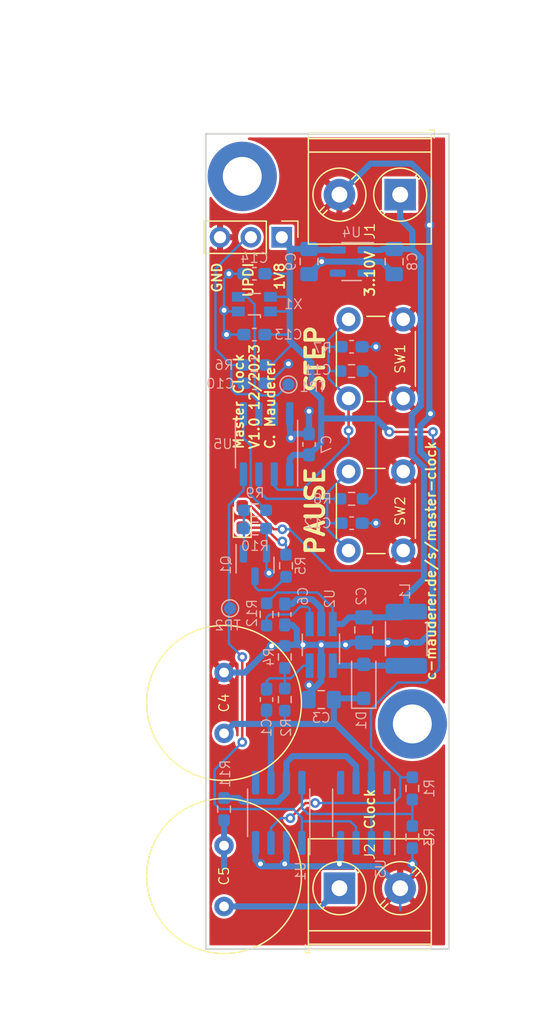
<source format=kicad_pcb>
(kicad_pcb (version 20221018) (generator pcbnew)
  (title_block (title "Master Clock") (date "2023-12-27") (rev "1.0") (company "Christian Mauderer"))
  (layers (0 "F.Cu" mixed) (31 "B.Cu" mixed) (34 "B.Paste" user) (35 "F.Paste" user) (36 "B.SilkS" user "B.Silkscreen") (37 "F.SilkS" user "F.Silkscreen") (38 "B.Mask" user) (39 "F.Mask" user) (44 "Edge.Cuts" user))
  (net 0 "")
  (net 1 "+24V")
  (net 2 "Net-(U2-FBX)")
  (net 3 "+BATT")
  (net 4 "GND")
  (net 5 "Net-(C5-Pad1)")
  (net 6 "/SlaveClock")
  (net 7 "Net-(U2-INTVCC)")
  (net 8 "+1V8")
  (net 9 "/~{RESET}{slash}UPDI")
  (net 10 "/Key2")
  (net 11 "/Key1")
  (net 12 "Net-(D1-A)")
  (net 13 "Net-(D2-K)")
  (net 14 "Net-(Q1-C)")
  (net 15 "Net-(Q1-B)")
  (net 16 "Net-(U1A--)")
  (net 17 "/LED")
  (net 18 "/MinPulse")
  (net 19 "/32kHz")
  (net 26 "Net-(R11-Pad1)")
  (net 27 "Net-(U2-EN{slash}UVLO)")
  (footprint "TerminalBlock_Phoenix:TerminalBlock_Phoenix_PT-1,5-2-5.0-H_1x02_P5.00mm_Horizontal" (layer "F.Cu") (at 155 120)
    (fp_text reference "J2")
    (fp_text value "Phoenix Contact 1935161" hide)
  )
  (footprint "MountingHole:MountingHole_3.2mm_M3_ISO7380_Pad" (layer "F.Cu") (at 147 61.5)
    (fp_text reference "H1" hide)
    (fp_text value "MountingHole" hide)
  )
  (footprint "Button_Switch_THT:SW_PUSH_6mm" (layer "F.Cu") (at 155.75 79.75 90)
    (fp_text reference "SW1")
    (fp_text value "SW_Push" hide)
  )
  (footprint "Capacitor_THT:C_Radial_D12.5mm_H25.0mm_P5.00mm" (layer "F.Cu") (at 145.5 116.5 -90)
    (fp_text reference "C5")
    (fp_text value "470u 50V" hide)
  )
  (footprint "MountingHole:MountingHole_3.2mm_M3_ISO7380_Pad" (layer "F.Cu") (at 161 106.5)
    (fp_text reference "H2" hide)
    (fp_text value "MountingHole" hide)
  )
  (footprint "Connector_PinHeader_2.54mm:PinHeader_1x03_P2.54mm_Vertical" (layer "F.Cu") (at 150.25 66.5 -90)
    (fp_text reference "J3" hide)
    (fp_text value "Conn_01x03_Pin" hide)
  )
  (footprint "Button_Switch_THT:SW_PUSH_6mm" (layer "F.Cu") (at 155.75 92.25 90)
    (fp_text reference "SW2")
    (fp_text value "SW_Push" hide)
  )
  (footprint "TerminalBlock_Phoenix:TerminalBlock_Phoenix_PT-1,5-2-5.0-H_1x02_P5.00mm_Horizontal" (layer "F.Cu") (at 160 63 180)
    (fp_text reference "J1")
    (fp_text value "Phoenix Contact 1935161" hide)
  )
  (footprint "LED_SMD:LED_0603_1608Metric_Pad1.05x0.95mm_HandSolder" (layer "F.Cu") (at 147 89.5 90)
    (fp_text reference "D2" hide)
    (fp_text value "LG L29K" hide)
  )
  (footprint "Capacitor_THT:C_Radial_D12.5mm_H25.0mm_P5.00mm" (layer "F.Cu") (at 145.5 107.275 90)
    (fp_text reference "C4")
    (fp_text value "1000u 50V" hide)
  )
  (footprint "Capacitor_SMD:C_0603_1608Metric_Pad1.08x0.95mm_HandSolder" (layer "B.Cu") (at 148 74.5 180)
    (fp_text reference "C13")
    (fp_text value "100nF 50V" hide)
  )
  (footprint "Diode_SMD:D_SOD-123F" (layer "B.Cu") (at 157 103 90)
    (fp_text reference "D1")
    (fp_text value "PMEG6010CEH" hide)
  )
  (footprint "Resistor_SMD:R_0603_1608Metric_Pad0.98x0.95mm_HandSolder" (layer "B.Cu") (at 148.05 90.4375)
    (fp_text reference "R10")
    (fp_text value "2k2" hide)
  )
  (footprint "Package_TO_SOT_SMD:SOT-23" (layer "B.Cu") (at 148.05 93.4375 -90)
    (fp_text reference "Q1")
    (fp_text value "BC847" hide)
  )
  (footprint "Capacitor_SMD:C_0805_2012Metric_Pad1.18x1.45mm_HandSolder" (layer "B.Cu") (at 152.5 68.5 -90)
    (fp_text reference "C9")
    (fp_text value "4u7 X5R 50V" hide)
  )
  (footprint "Resistor_SMD:R_0603_1608Metric_Pad0.98x0.95mm_HandSolder" (layer "B.Cu") (at 150.6 93.5 -90)
    (fp_text reference "R5")
    (fp_text value "2k2" hide)
  )
  (footprint "Capacitor_SMD:C_0603_1608Metric_Pad1.08x0.95mm_HandSolder" (layer "B.Cu") (at 156 90)
    (fp_text reference "C12")
    (fp_text value "100nF 50V" hide)
  )
  (footprint "Capacitor_SMD:C_0603_1608Metric_Pad1.08x0.95mm_HandSolder" (layer "B.Cu") (at 148 69.5 180)
    (fp_text reference "C14")
    (fp_text value "100nF 50V" hide)
  )
  (footprint "Capacitor_SMD:C_0603_1608Metric_Pad1.08x0.95mm_HandSolder" (layer "B.Cu") (at 150.5 97.5 -90)
    (fp_text reference "C6")
    (fp_text value "1u X5R 16V" hide)
  )
  (footprint "Resistor_SMD:R_0603_1608Metric_Pad0.98x0.95mm_HandSolder" (layer "B.Cu") (at 150.5 104.5 90)
    (fp_text reference "R2")
    (fp_text value "10M 1%" hide)
  )
  (footprint "Resistor_SMD:R_0603_1608Metric_Pad0.98x0.95mm_HandSolder" (layer "B.Cu") (at 150.5 101 90)
    (fp_text reference "R4")
    (fp_text value "750k 1%" hide)
  )
  (footprint "Package_TO_SOT_SMD:TSOT-23-6_HandSoldering" (layer "B.Cu") (at 153.5 100 90)
    (fp_text reference "U2")
    (fp_text value "LT8330" hide)
  )
  (footprint "Capacitor_SMD:C_0603_1608Metric_Pad1.08x0.95mm_HandSolder" (layer "B.Cu") (at 149 104.5 90)
    (fp_text reference "C1")
    (fp_text value "4.7pF 50V" hide)
  )
  (footprint "TestPoint:TestPoint_Pad_D1.0mm" (layer "B.Cu") (at 146 97 180)
    (fp_text reference "TP2")
    (fp_text value "MinPulse" hide)
  )
  (footprint "TestPoint:TestPoint_Pad_D1.0mm" (layer "B.Cu") (at 150.8 78.6 180)
    (fp_text reference "TP1")
    (fp_text value "32kHz" hide)
  )
  (footprint "Package_SO:SOIC-8_3.9x4.9mm_P1.27mm" (layer "B.Cu") (at 149 83.5 90)
    (fp_text reference "U5")
    (fp_text value "ATtiny402-SS" hide)
  )
  (footprint "Capacitor_SMD:C_0603_1608Metric_Pad1.08x0.95mm_HandSolder" (layer "B.Cu") (at 156 75.5)
    (fp_text reference "C11")
    (fp_text value "100nF 50V" hide)
  )
  (footprint "Inductor_SMD:L_1812_4532Metric_Pad1.30x3.40mm_HandSolder" (layer "B.Cu") (at 160.5 99.5 -90)
    (fp_text reference "L1")
    (fp_text value "WE 744045001" hide)
  )
  (footprint "Package_SO:SOIC-8_3.9x4.9mm_P1.27mm" (layer "B.Cu") (at 157 113.8 90)
    (fp_text reference "U3")
    (fp_text value "OP193FS" hide)
  )
  (footprint "Resistor_SMD:R_0603_1608Metric_Pad0.98x0.95mm_HandSolder" (layer "B.Cu") (at 156 88 180)
    (fp_text reference "R8")
    (fp_text value "10k" hide)
  )
  (footprint "Capacitor_SMD:C_0603_1608Metric_Pad1.08x0.95mm_HandSolder" (layer "B.Cu") (at 148 78.5)
    (fp_text reference "C10")
    (fp_text value "100nF 50V" hide)
  )
  (footprint "Capacitor_SMD:C_0603_1608Metric_Pad1.08x0.95mm_HandSolder" (layer "B.Cu") (at 152.5 83.525 90)
    (fp_text reference "C7")
    (fp_text value "100nF 50V" hide)
  )
  (footprint "Resistor_SMD:R_0603_1608Metric_Pad0.98x0.95mm_HandSolder" (layer "B.Cu") (at 148.05 88.9375 180)
    (fp_text reference "R9")
    (fp_text value "470R" hide)
  )
  (footprint "Resistor_SMD:R_0603_1608Metric_Pad0.98x0.95mm_HandSolder" (layer "B.Cu") (at 156 77.5 180)
    (fp_text reference "R7")
    (fp_text value "10k" hide)
  )
  (footprint "Resistor_SMD:R_0603_1608Metric_Pad0.98x0.95mm_HandSolder" (layer "B.Cu") (at 149 97.5 90)
    (fp_text reference "R12")
    (fp_text value "0R" hide)
  )
  (footprint "Resistor_SMD:R_0603_1608Metric_Pad0.98x0.95mm_HandSolder" (layer "B.Cu") (at 148 77 180)
    (fp_text reference "R6")
    (fp_text value "10k" hide)
  )
  (footprint "Resistor_SMD:R_0603_1608Metric_Pad0.98x0.95mm_HandSolder" (layer "B.Cu") (at 161 111.8 -90)
    (fp_text reference "R1")
    (fp_text value "10M 1%" hide)
  )
  (footprint "Package_TO_SOT_SMD:SOT-23-5" (layer "B.Cu") (at 156 68.5 180)
    (fp_text reference "U4")
    (fp_text value "AP7370-18W5" hide)
  )
  (footprint "Capacitor_SMD:C_0805_2012Metric_Pad1.18x1.45mm_HandSolder" (layer "B.Cu") (at 157 98.775 -90)
    (fp_text reference "C2")
    (fp_text value "4u7 X5R 50V" hide)
  )
  (footprint "Capacitor_SMD:C_0805_2012Metric_Pad1.18x1.45mm_HandSolder" (layer "B.Cu") (at 159.5 68.5 -90)
    (fp_text reference "C8")
    (fp_text value "4u7 X5R 50V" hide)
  )
  (footprint "Package_SO:SOIC-8_3.9x4.9mm_P1.27mm" (layer "B.Cu") (at 150 113.8 90)
    (fp_text reference "U1")
    (fp_text value "LT1178S8" hide)
  )
  (footprint "Capacitor_SMD:C_0805_2012Metric_Pad1.18x1.45mm_HandSolder" (layer "B.Cu") (at 153.5 104.5 180)
    (fp_text reference "C3")
    (fp_text value "4u7 X5R 50V" hide)
  )
  (footprint "Oscillator:Oscillator_SMD_SeikoEpson_SG3030CM" (layer "B.Cu") (at 148 72 180)
    (fp_text reference "X1")
    (fp_text value "SG-3031CM" hide)
  )
  (footprint "Resistor_SMD:R_0603_1608Metric_Pad0.98x0.95mm_HandSolder" (layer "B.Cu") (at 145.5 113.5 -90)
    (fp_text reference "R11")
    (fp_text value "0R" hide)
  )
  (footprint "Resistor_SMD:R_0603_1608Metric_Pad0.98x0.95mm_HandSolder" (layer "B.Cu") (at 161 115.8 -90)
    (fp_text reference "R3")
    (fp_text value "10M 1%" hide)
  )
  (gr_rect (start 144 58) (end 164 125) (stroke (width 0.15)) (fill none) (layer "Edge.Cuts"))
  (gr_text "c-mauderer.de/s/master-clock" (at 163 103 90) (layer "F.SilkS") (effects (font (size 0.8 0.8) (thickness 0.15) bold) (justify left bottom)))
  (gr_text "Clock" (at 157.5 113.5 90) (layer "F.SilkS") (effects (font (size 0.8 0.8) (thickness 0.15) bold)))
  (gr_text "PAUSE" (at 153 89 90) (layer "F.SilkS") (effects (font (size 1.5 1.5) (thickness 0.3) bold)))
  (gr_text "Master Clock\nV1.0 12/2023\nC. Mauderer" (at 148 84 90) (layer "F.SilkS") (effects (font (size 0.8 0.8) (thickness 0.15) bold) (justify left)))
  (gr_text "STEP" (at 153 76.5 90) (layer "F.SilkS") (effects (font (size 1.5 1.5) (thickness 0.3) bold)))
  (gr_text "3..10V" (at 157.5 69.5 90) (layer "F.SilkS") (effects (font (size 0.8 0.8) (thickness 0.15) bold)))
  (gr_text "GND\n\nUPDI\n\n1V8" (at 147.5 68.5 90) (layer "F.SilkS") (effects (font (size 0.8 0.8) (thickness 0.15) bold) (justify right)))
  (segment (start 149.365 108.1) (end 149.365 106.535) (width 0.5) (layer "B.Cu") (net 1))
  (segment (start 149 106.5) (end 146.275 106.5) (width 0.5) (layer "B.Cu") (net 1))
  (segment (start 154.7 106.5) (end 154.4 106.5) (width 0.5) (layer "B.Cu") (net 1))
  (segment (start 150.5 105.4125) (end 150.5 106.5) (width 0.2) (layer "B.Cu") (net 1))
  (segment (start 154.4 106.5) (end 152.1 106.5) (width 0.5) (layer "B.Cu") (net 1))
  (segment (start 149.365 106.535) (end 149.4 106.5) (width 0.5) (layer "B.Cu") (net 1))
  (segment (start 146.275 106.5) (end 145.5 107.275) (width 0.5) (layer "B.Cu") (net 1))
  (segment (start 154.5375 104.5) (end 154.5375 106.3625) (width 0.5) (layer "B.Cu") (net 1))
  (segment (start 157.635 109.435) (end 154.7 106.5) (width 0.5) (layer "B.Cu") (net 1))
  (segment (start 149.4 106.5) (end 149 106.5) (width 0.5) (layer "B.Cu") (net 1))
  (segment (start 152.5375 106.5) (end 152.1 106.5) (width 0.5) (layer "B.Cu") (net 1))
  (segment (start 152.1 106.5) (end 150.5 106.5) (width 0.5) (layer "B.Cu") (net 1))
  (segment (start 150.5 106.5) (end 149.4 106.5) (width 0.5) (layer "B.Cu") (net 1))
  (segment (start 154.6375 104.4) (end 154.5375 104.5) (width 0.5) (layer "B.Cu") (net 1))
  (segment (start 154.5375 106.3625) (end 154.4 106.5) (width 0.5) (layer "B.Cu") (net 1))
  (segment (start 157.635 111.325) (end 157.635 109.435) (width 0.5) (layer "B.Cu") (net 1))
  (segment (start 149.365 109.525) (end 149.365 108.1) (width 0.5) (layer "B.Cu") (net 1))
  (segment (start 149 105.3625) (end 149 106.5) (width 0.2) (layer "B.Cu") (net 1))
  (segment (start 149.365 108.1) (end 149.365 111.325) (width 0.5) (layer "B.Cu") (net 1))
  (segment (start 157 104.4) (end 154.6375 104.4) (width 0.5) (layer "B.Cu") (net 1))
  (segment (start 150.5 102.75) (end 151 102.75) (width 0.2) (layer "B.Cu") (net 2))
  (segment (start 150.5 101.9125) (end 150.5 102.75) (width 0.2) (layer "B.Cu") (net 2))
  (segment (start 149.25 102.75) (end 150.5 102.75) (width 0.2) (layer "B.Cu") (net 2))
  (segment (start 150.5 103.5875) (end 150.5 102.75) (width 0.2) (layer "B.Cu") (net 2))
  (segment (start 152.04 101.71) (end 151 102.75) (width 0.2) (layer "B.Cu") (net 2))
  (segment (start 149 103.6375) (end 149 103) (width 0.2) (layer "B.Cu") (net 2))
  (segment (start 152.55 101.71) (end 152.04 101.71) (width 0.2) (layer "B.Cu") (net 2))
  (segment (start 149 103) (end 149.25 102.75) (width 0.2) (layer "B.Cu") (net 2))
  (segment (start 147.725 88.625) (end 147 88.625) (width 0.2) (layer "F.Cu") (net 3))
  (segment (start 149.6 90.5) (end 147.725 88.625) (width 0.2) (layer "F.Cu") (net 3))
  (segment (start 150.3 90.5) (end 149.6 90.5) (width 0.2) (layer "F.Cu") (net 3))
  (via (at 150.3 90.5) (size 0.8) (drill 0.4) (layers "F.Cu" "B.Cu") (net 3))
  (segment (start 157 97.7375) (end 160.0375 97.7375) (width 0.5) (layer "B.Cu") (net 3))
  (segment (start 158.45 67.55) (end 157.1375 67.55) (width 0.5) (layer "B.Cu") (net 3))
  (segment (start 155.8025 97.7375) (end 155.25 98.29) (width 0.5) (layer "B.Cu") (net 3))
  (segment (start 160.9625 67.4625) (end 159.5 67.4625) (width 0.5) (layer "B.Cu") (net 3))
  (segment (start 160.0375 97.7375) (end 160.5 97.275) (width 0.5) (layer "B.Cu") (net 3))
  (segment (start 160.5 96) (end 160.5 97.275) (width 0.5) (layer "B.Cu") (net 3))
  (segment (start 161.95 85.39939) (end 161.95 93.9) (width 0.5) (layer "B.Cu") (net 3))
  (segment (start 160.95 81.10061) (end 160.95 84.39939) (width 0.5) (layer "B.Cu") (net 3))
  (segment (start 161.7 80.35061) (end 160.95 81.10061) (width 0.5) (layer "B.Cu") (net 3))
  (segment (start 157 97.7375) (end 155.8025 97.7375) (width 0.5) (layer "B.Cu") (net 3))
  (segment (start 160 65) (end 161 66) (width 0.5) (layer "B.Cu") (net 3))
  (segment (start 159.5 67.4625) (end 158.5375 67.4625) (width 0.5) (layer "B.Cu") (net 3))
  (segment (start 153.2 95.7) (end 154.45 96.95) (width 0.2) (layer "B.Cu") (net 3))
  (segment (start 149 96.5875) (end 149.8875 95.7) (width 0.2) (layer "B.Cu") (net 3))
  (segment (start 161 67.5) (end 161.7 68.2) (width 0.5) (layer "B.Cu") (net 3))
  (segment (start 154.45 98.29) (end 155.25 98.29) (width 0.5) (layer "B.Cu") (net 3))
  (segment (start 161.95 94.55) (end 160.5 96) (width 0.5) (layer "B.Cu") (net 3))
  (segment (start 161 67.5) (end 160.9625 67.4625) (width 0.5) (layer "B.Cu") (net 3))
  (segment (start 154.3 93.9) (end 161.95 93.9) (width 0.2) (layer "B.Cu") (net 3))
  (segment (start 160 63) (end 160 65) (width 0.5) (layer "B.Cu") (net 3))
  (segment (start 161.7 68.2) (end 161.7 80.35061) (width 0.5) (layer "B.Cu") (net 3))
  (segment (start 154.45 96.95) (end 154.45 98.29) (width 0.2) (layer "B.Cu") (net 3))
  (segment (start 161 66) (end 161 67.5) (width 0.5) (layer "B.Cu") (net 3))
  (segment (start 158.5375 67.4625) (end 158.45 67.55) (width 0.5) (layer "B.Cu") (net 3))
  (segment (start 150.3 90.5) (end 150.9 90.5) (width 0.2) (layer "B.Cu") (net 3))
  (segment (start 149.8875 95.7) (end 153.2 95.7) (width 0.2) (layer "B.Cu") (net 3))
  (segment (start 161.95 93.9) (end 161.95 94.55) (width 0.5) (layer "B.Cu") (net 3))
  (segment (start 150.9 90.5) (end 154.3 93.9) (width 0.2) (layer "B.Cu") (net 3))
  (segment (start 160.95 84.39939) (end 161.95 85.39939) (width 0.5) (layer "B.Cu") (net 3))
  (segment (start 150.8 76.9) (end 154 76.9) (width 0.2) (layer "F.Cu") (net 4))
  (segment (start 158 90) (end 154 90) (width 0.2) (layer "F.Cu") (net 4))
  (segment (start 154 94.1) (end 154 90) (width 0.5) (layer "F.Cu") (net 4))
  (segment (start 154 94.1) (end 154 109.3) (width 0.5) (layer "F.Cu") (net 4))
  (segment (start 160 115.3) (end 160 120) (width 0.5) (layer "F.Cu") (net 4))
  (segment (start 154 76.9) (end 154 75.5) (width 0.5) (layer "F.Cu") (net 4))
  (segment (start 149.2 94.1) (end 154 94.1) (width 0.2) (layer "F.Cu") (net 4))
  (segment (start 158 75.5) (end 154 75.5) (width 0.2) (layer "F.Cu") (net 4))
  (segment (start 154 90) (end 154 76.9) (width 0.5) (layer "F.Cu") (net 4))
  (segment (start 155 71) (end 155 69.4) (width 0.5) (layer "F.Cu") (net 4))
  (segment (start 154.9 69.5) (end 155 69.4) (width 0.2) (layer "F.Cu") (net 4))
  (segment (start 145.7 74.5) (end 154 74.5) (width 0.2) (layer "F.Cu") (net 4))
  (segment (start 154 75.5) (end 154 74.5) (width 0.5) (layer "F.Cu") (net 4))
  (segment (start 154 109.3) (end 160 115.3) (width 0.5) (layer "F.Cu") (net 4))
  (segment (start 160.1875 99.5) (end 154 99.5) (width 0.5) (layer "F.Cu") (net 4))
  (segment (start 155 69.4) (end 155 63) (width 0.5) (layer "F.Cu") (net 4))
  (segment (start 154 72) (end 155 71) (width 0.5) (layer "F.Cu") (net 4))
  (segment (start 145.9 69.5) (end 154.9 69.5) (width 0.2) (layer "F.Cu") (net 4))
  (segment (start 154 74.5) (end 154 72) (width 0.5) (layer "F.Cu") (net 4))
  (segment (start 160.5 99.8125) (end 160.1875 99.5) (width 0.5) (layer "F.Cu") (net 4))
  (via (at 162.5 81) (size 0.8) (drill 0.4) (layers "F.Cu" "B.Cu") (net 4))
  (via (at 150.5 118) (size 0.8) (drill 0.4) (layers "F.Cu" "B.Cu") (net 4))
  (via (at 149.4125 100.0875) (size 0.8) (drill 0.4) (layers "F.Cu" "B.Cu") (net 4))
  (via (at 153.5375 68.5) (size 0.8) (drill 0.4) (layers "F.Cu" "B.Cu") (net 4))
  (via (at 148.5 118) (size 0.8) (drill 0.4) (layers "F.Cu" "B.Cu") (net 4))
  (via (at 145.7 74.5) (size 0.8) (drill 0.4) (layers "F.Cu" "B.Cu") (net 4))
  (via (at 161 118) (size 0.8) (drill 0.4) (layers "F.Cu" "B.Cu") (net 4))
  (via (at 145.5 72.5) (size 0.8) (drill 0.4) (layers "F.Cu" "B.Cu") (net 4))
  (via (at 160.5 99.8125) (size 0.8) (drill 0.4) (layers "F.Cu" "B.Cu") (net 4))
  (via (at 152.5 80.8) (size 0.8) (drill 0.4) (layers "F.Cu" "B.Cu") (net 4))
  (via (at 153.5 100) (size 0.8) (drill 0.4) (layers "F.Cu" "B.Cu") (net 4))
  (via (at 152.5 103.309502) (size 0.8) (drill 0.4) (layers "F.Cu" "B.Cu") (net 4))
  (via (at 150.8 76.9) (size 0.8) (drill 0.4) (layers "F.Cu" "B.Cu") (net 4))
  (via (at 155.5 100) (size 0.8) (drill 0.4) (layers "F.Cu" "B.Cu") (net 4))
  (via (at 162.4 65.5) (size 0.8) (drill 0.4) (layers "F.Cu" "B.Cu") (net 4))
  (via (at 145.9 69.5) (size 0.8) (drill 0.4) (layers "F.Cu" "B.Cu") (net 4))
  (via (at 152 100) (size 0.8) (drill 0.4) (layers "F.Cu" "B.Cu") (net 4))
  (via (at 158 90) (size 0.8) (drill 0.4) (layers "F.Cu" "B.Cu") (net 4))
  (via (at 159 99.8125) (size 0.8) (drill 0.4) (layers "F.Cu" "B.Cu") (net 4))
  (via (at 149.2 94.1) (size 0.8) (drill 0.4) (layers "F.Cu" "B.Cu") (net 4))
  (via (at 158 75.5) (size 0.8) (drill 0.4) (layers "F.Cu" "B.Cu") (net 4))
  (via (at 155 118) (size 0.8) (drill 0.4) (layers "F.Cu" "B.Cu") (net 4))
  (via (at 151 83) (size 0.8) (drill 0.4) (layers "F.Cu" "B.Cu") (net 4))
  (segment (start 148.8625 78.5) (end 149.2 78.5) (width 0.2) (layer "B.Cu") (net 4))
  (segment (start 159.5 69.5375) (end 159.5375 69.5375) (width 0.5) (layer "B.Cu") (net 4))
  (segment (start 145.5 69.9) (end 145.9 69.5) (width 0.2) (layer "B.Cu") (net 4))
  (segment (start 152.5 104.4625) (end 152.4625 104.5) (width 0.5) (layer "B.Cu") (net 4))
  (segment (start 150.635 116.275) (end 150.635 117.865) (width 0.5) (layer "B.Cu") (net 4))
  (segment (start 150.5 100.0875) (end 150.5 100) (width 0.5) (layer "B.Cu") (net 4))
  (segment (start 160.5 99.8125) (end 157 99.8125) (width 0.5) (layer "B.Cu") (net 4))
  (segment (start 161.6875 99.8125) (end 159 99.8125) (width 0.5) (layer "B.Cu") (net 4))
  (segment (start 151.5 100) (end 153.5 100) (width 0.5) (layer "B.Cu") (net 4))
  (segment (start 156.8625 90) (end 158 90) (width 0.2) (layer "B.Cu") (net 4))
  (segment (start 155.095 118.095) (end 155.095 118.195) (width 0.5) (layer "B.Cu") (net 4))
  (segment (start 155.095 118.195) (end 155.1 118.2) (width 0.5) (layer "B.Cu") (net 4))
  (segment (start 149.4125 100.0875) (end 147.225 102.275) (width 0.5) (layer "B.Cu") (net 4))
  (segment (start 162.65 98.85) (end 161.6875 99.8125) (width 0.5) (layer "B.Cu") (net 4))
  (segment (start 160 121.8) (end 160 119.8) (width 0.2) (layer "B.Cu") (net 4))
  (segment (start 145.9 69.5) (end 147.1375 69.5) (width 0.2) (layer "B.Cu") (net 4))
  (segment (start 150.635 117.865) (end 150.5 118) (width 0.5) (layer "B.Cu") (net 4))
  (segment (start 148.5 118.1) (end 148.6 118.2) (width 0.5) (layer "B.Cu") (net 4))
  (segment (start 150.635 118.165) (end 150.6 118.2) (width 0.5) (layer "B.Cu") (net 4))
  (segment (start 151.5 98.75) (end 151.5 100) (width 0.5) (layer "B.Cu") (net 4))
  (segment (start 153.5 100) (end 155.75 100) (width 0.5) (layer "B.Cu") (net 4))
  (segment (start 161.65 82) (end 161.65 84.10944) (width 0.5) (layer "B.Cu") (net 4))
  (segment (start 155 63) (end 157.555 60.445) (width 0.5) (layer "B.Cu") (net 4))
  (segment (start 156.8625 75.5) (end 158 75.5) (width 0.2) (layer "B.Cu") (net 4))
  (segment (start 153.5 101.71) (end 153.5 100) (width 0.5) (layer "B.Cu") (net 4))
  (segment (start 157.555 60.445) (end 160.945 60.445) (width 0.5) (layer "B.Cu") (net 4))
  (segment (start 150.905 82.205) (end 151 83) (width 0.5) (layer "B.Cu") (net 4))
  (segment (start 157 99.8125) (end 159 99.8125) (width 0.5) (layer "B.Cu") (net 4))
  (segment (start 147.1375 74.5) (end 145.7 74.5) (width 0.2) (layer "B.Cu") (net 4))
  (segment (start 162.5 81.15) (end 161.65 82) (width 0.5) (layer "B.Cu") (net 4))
  (segment (start 150.3 77.4) (end 150.8 76.9) (width 0.2) (layer "B.Cu") (net 4))
  (segment (start 161 116.7125) (end 161 118) (width 0.2) (layer "B.Cu") (net 4))
  (segment (start 151 83) (end 151.3625 82.6625) (width 0.5) (layer "B.Cu") (net 4))
  (segment (start 153.5 101.71) (end 153.5 102.985) (width 0.5) (layer "B.Cu") (net 4))
  (segment (start 151.1125 98.3625) (end 151.5 98.75) (width 0.5) (layer "B.Cu") (net 4))
  (segment (start 146.675 72.6) (end 145.5 72.6) (width 0.2) (layer "B.Cu") (net 4))
  (segment (start 162.65 85.10944) (end 162.65 98.85) (width 0.5) (layer "B.Cu") (net 4))
  (segment (start 149 92.5) (end 149 90.475) (width 0.2) (layer "B.Cu") (net 4))
  (segment (start 152.4625 104.5) (end 152.4625 104.0375) (width 0.2) (layer "B.Cu") (net 4))
  (segment (start 155.095 117.905) (end 155 118) (width 0.5) (layer "B.Cu") (net 4))
  (segment (start 145.5 72.6) (end 145.5 72.5) (width 0.2) (layer "B.Cu") (net 4))
  (segment (start 156 68.5) (end 153.5375 68.5) (width 0.5) (layer "B.Cu") (net 4))
  (segment (start 149 93.9) (end 149.2 94.1) (width 0.2) (layer "B.Cu") (net 4))
  (segment (start 145.7 74.5) (end 145.5 74.3) (width 0.2) (layer "B.Cu") (net 4))
  (segment (start 157.1375 68.5) (end 156.475001 68.5) (width 0.5) (layer "B.Cu") (net 4))
  (segment (start 150.5 118) (end 150.635 118.135) (width 0.5) (layer "B.Cu") (net 4))
  (segment (start 149.2 78.5) (end 150.3 77.4) (width 0.2) (layer "B.Cu") (net 4))
  (segment (start 162.5 81) (end 162.5 81.15) (width 0.5) (layer "B.Cu") (net 4))
  (segment (start 161.65 84.10944) (end 162.65 85.10944) (width 0.5) (layer "B.Cu") (net 4))
  (segment (start 160.945 60.445) (end 162.4 61.9) (width 0.5) (layer "B.Cu") (net 4))
  (segment (start 155.75 100) (end 155.9375 99.8125) (width 0.5) (layer "B.Cu") (net 4))
  (segment (start 161 118) (end 161 118.8) (width 0.2) (layer "B.Cu") (net 4))
  (segment (start 162.4 61.9) (end 162.4 65.5) (width 0.5) (layer "B.Cu") (net 4))
  (segment (start 150.635 118.135) (end 150.635 118.165) (width 0.5) (layer "B.Cu") (net 4))
  (segment (start 145.5 74.3) (end 145.5 72.6) (width 0.2) (layer "B.Cu") (net 4))
  (segment (start 157.1375 68.5) (end 156 68.5) (width 0.5) (layer "B.Cu") (net 4))
  (segment (start 149 92.5) (end 149 93.9) (width 0.2) (layer "B.Cu") (net 4))
  (segment (start 148.5 118) (end 148.5 118.1) (width 0.5) (layer "B.Cu") (net 4))
  (segment (start 151.3625 82.6625) (end 152.5 82.6625) (width 0.5) (layer "B.Cu") (net 4))
  (segment (start 162.4 80.9) (end 162.5 81) (width 0.5) (layer "B.Cu") (net 4))
  (segment (start 155.095 116.275) (end 155.095 117.905) (width 0.5) (layer "B.Cu") (net 4))
  (segment (start 147.225 102.275) (end 145.5 102.275) (width 0.5) (layer "B.Cu") (net 4))
  (segment (start 150.5 98.3625) (end 151.1125 98.3625) (width 0.5) (layer "B.Cu") (net 4))
  (segment (start 160 119.8) (end 161 118.8) (width 0.2) (layer "B.Cu") (net 4))
  (segment (start 158.4625 68.5) (end 159.5 69.5375) (width 0.5) (layer "B.Cu") (net 4))
  (segment (start 148.095 116.275) (end 148.095 117.695) (width 0.5) (layer "B.Cu") (net 4))
  (segment (start 148.4 118) (end 148.5 118) (width 0.5) (layer "B.Cu") (net 4))
  (segment (start 162.4 65.5) (end 162.4 80.9) (width 0.5) (layer "B.Cu") (net 4))
  (segment (start 153.5375 68.5) (end 152.5 69.5375) (width 0.5) (layer "B.Cu") (net 4))
  (segment (start 157.1375 68.5) (end 158.4625 68.5) (width 0.5) (layer "B.Cu") (net 4))
  (segment (start 150.6625 100.0875) (end 150.75 100) (width 0.5) (layer "B.Cu") (net 4))
  (segment (start 158.2 118.2) (end 160 120) (width 0.5) (layer "B.Cu") (net 4))
  (segment (start 149 90.475) (end 148.9625 90.4375) (width 0.2) (layer "B.Cu") (net 4))
  (segment (start 150.905 81.025) (end 150.905 82.205) (width 0.5) (layer "B.Cu") (net 4))
  (segment (start 155.1 118.2) (end 156.4 118.2) (width 0.5) (layer "B.Cu") (net 4))
  (segment (start 155.9375 99.8125) (end 157 99.8125) (width 0.5) (layer "B.Cu") (net 4))
  (segment (start 152.4625 104.0225) (end 152.4625 104.5) (width 0.5) (layer "B.Cu") (net 4))
  (segment (start 150.5 100.0875) (end 149.4125 100.0875) (width 0.5) (layer "B.Cu") (net 4))
  (segment (start 153.5 102.985) (end 152.4625 104.0225) (width 0.5) (layer "B.Cu") (net 4))
  (segment (start 150.6 118.2) (end 153.6 118.2) (width 0.5) (layer "B.Cu") (net 4))
  (segment (start 145.5 72.5) (end 145.5 69.9) (width 0.2) (layer "B.Cu") (net 4))
  (segment (start 153.6 118.2) (end 155.1 118.2) (width 0.5) (layer "B.Cu") (net 4))
  (segment (start 150.5 100.0875) (end 150.6625 100.0875) (width 0.5) (layer "B.Cu") (net 4))
  (segment (start 155 118) (end 155.095 118.095) (width 0.5) (layer "B.Cu") (net 4))
  (segment (start 152.5 82.6625) (end 152.5 80.8) (width 0.5) (layer "B.Cu") (net 4))
  (segment (start 148.095 117.695) (end 148.4 118) (width 0.5) (layer "B.Cu") (net 4))
  (segment (start 150.5 100) (end 151.5 100) (width 0.5) (layer "B.Cu") (net 4))
  (segment (start 153.6 118.2) (end 158.2 118.2) (width 0.5) (layer "B.Cu") (net 4))
  (segment (start 148.6 118.2) (end 150.6 118.2) (width 0.5) (layer "B.Cu") (net 4))
  (segment (start 153.5 102.985) (end 153.325 103.16) (width 0.5) (layer "B.Cu") (net 4))
  (segment (start 145.5 114.7125) (end 145.5 118.3) (width 0.5) (layer "B.Cu") (net 5))
  (segment (start 145.5 121.5) (end 153.5 121.5) (width 0.5) (layer "B.Cu") (net 6))
  (segment (start 153.5 121.5) (end 155 120) (width 0.5) (layer "B.Cu") (net 6))
  (segment (start 153.5 98.29) (end 153.5 97) (width 0.5) (layer "B.Cu") (net 7))
  (segment (start 151.5 96.25) (end 151.1125 96.6375) (width 0.5) (layer "B.Cu") (net 7))
  (segment (start 151.1125 96.6375) (end 150.5 96.6375) (width 0.5) (layer "B.Cu") (net 7))
  (segment (start 153.5 97) (end 152.75 96.25) (width 0.5) (layer "B.Cu") (net 7))
  (segment (start 152.75 96.25) (end 151.5 96.25) (width 0.5) (layer "B.Cu") (net 7))
  (segment (start 162.7 82.5) (end 159.1 82.5) (width 0.2) (layer "F.Cu") (net 8))
  (segment (start 152.2 113) (end 153 113) (width 0.2) (layer "F.Cu") (net 8))
  (segment (start 150.955378 114.244622) (end 152.2 113) (width 0.2) (layer "F.Cu") (net 8))
  (via (at 153 113) (size 0.8) (drill 0.4) (layers "F.Cu" "B.Cu") (net 8))
  (via (at 162.7 82.5) (size 0.8) (drill 0.4) (layers "F.Cu" "B.Cu") (net 8))
  (via (at 150.955378 114.244622) (size 0.8) (drill 0.4) (layers "F.Cu" "B.Cu") (net 8))
  (via (at 159.1 82.5) (size 0.8) (drill 0.4) (layers "F.Cu" "B.Cu") (net 8))
  (segment (start 150.155378 114.244622) (end 149.365 115.035) (width 0.2) (layer "B.Cu") (net 8))
  (segment (start 159.8 103.1) (end 157.597776 105.302224) (width 0.2) (layer "B.Cu") (net 8))
  (segment (start 151.6 75.7) (end 151.9 76) (width 0.5) (layer "B.Cu") (net 8))
  (segment (start 150.8 72.6) (end 150.9 72.7) (width 0.2) (layer "B.Cu") (net 8))
  (segment (start 150.955378 114.244622) (end 150.155378 114.244622) (width 0.2) (layer "B.Cu") (net 8))
  (segment (start 156.9125 88) (end 157.5 88) (width 0.2) (layer "B.Cu") (net 8))
  (segment (start 150.9 75) (end 150.9 74.5) (width 0.5) (layer "B.Cu") (net 8))
  (segment (start 151.9 76) (end 151.15 75.25) (width 0.5) (layer "B.Cu") (net 8))
  (segment (start 150.905 85.975) (end 150.905 84.695) (width 0.5) (layer "B.Cu") (net 8))
  (segment (start 150.9 69.5) (end 150.9 68.5) (width 0.5) (layer "B.Cu") (net 8))
  (segment (start 158 87.5) (end 158 81.4) (width 0.2) (layer "B.Cu") (net 8))
  (segment (start 153.5 81.4) (end 153.5 82.9) (width 0.5) (layer "B.Cu") (net 8))
  (segment (start 153.5 79.8) (end 153.5 81.1) (width 0.5) (layer "B.Cu") (net 8))
  (segment (start 153.5 82.9) (end 153.5 83.3875) (width 0.5) (layer "B.Cu") (net 8))
  (segment (start 153 113) (end 159.458278 113) (width 0.2) (layer "B.Cu") (net 8))
  (segment (start 150.9 74.5) (end 150.9 72.7) (width 0.5) (layer "B.Cu") (net 8))
  (segment (start 157.5 77.5) (end 156.9125 77.5) (width 0.2) (layer "B.Cu") (net 8))
  (segment (start 159.458278 113) (end 160 112.458278) (width 0.2) (layer "B.Cu") (net 8))
  (segment (start 152.7 79) (end 153.5 79.8) (width 0.5) (layer "B.Cu") (net 8))
  (segment (start 160.0875 110.8875) (end 160 110.8) (width 0.2) (layer "B.Cu") (net 8))
  (segment (start 157.5 88) (end 158 87.5) (width 0.2) (layer "B.Cu") (net 8))
  (segment (start 148.8625 74.5) (end 150.9 74.5) (width 0.2) (layer "B.Cu") (net 8))
  (segment (start 150.9 67.275) (end 150.025 66.4) (width 0.5) (layer "B.Cu") (net 8))
  (segment (start 163.2 102) (end 162.1 103.1) (width 0.2) (layer "B.Cu") (net 8))
  (segment (start 151.15 75.25) (end 150.9 75) (width 0.5) (layer "B.Cu") (net 8))
  (segment (start 150.9 68.5) (end 150.9 67.5625) (width 0.5) (layer "B.Cu") (net 8))
  (segment (start 151.2125 84.3875) (end 152.5 84.3875) (width 0.5) (layer "B.Cu") (net 8))
  (segment (start 150.905 84.695) (end 151.2125 84.3875) (width 0.5) (layer "B.Cu") (net 8))
  (segment (start 149.365 116.275) (end 149.365 115.035) (width 0.2) (layer "B.Cu") (net 8))
  (segment (start 153.5 83.3875) (end 152.5 84.3875) (width 0.5) (layer "B.Cu") (net 8))
  (segment (start 150.9 71.4) (end 150.9 69.5) (width 0.5) (layer "B.Cu") (net 8))
  (segment (start 162.7 83.5) (end 163.2 84) (width 0.2) (layer "B.Cu") (net 8))
  (segment (start 157.597776 108.397776) (end 160 110.8) (width 0.2) (layer "B.Cu") (net 8))
  (segment (start 151.0875 67.4625) (end 152.5 67.4625) (width 0.5) (layer "B.Cu") (net 8))
  (segment (start 162.7 82.5) (end 162.7 83.5) (width 0.2) (layer "B.Cu") (net 8))
  (segment (start 161 110.8875) (end 160.0875 110.8875) (width 0.2) (layer "B.Cu") (net 8))
  (segment (start 160 112.458278) (end 160 110.8) (width 0.2) (layer "B.Cu") (net 8))
  (segment (start 156.9125 77.5) (end 156.9125 77.5125) (width 0.2) (layer "B.Cu") (net 8))
  (segment (start 148.8625 69.5) (end 150.9 69.5) (width 0.2) (layer "B.Cu") (net 8))
  (segment (start 153.5 81.4) (end 156.5 81.4) (width 0.5) (layer "B.Cu") (net 8))
  (segment (start 158 81.4) (end 159.1 82.5) (width 0.5) (layer "B.Cu") (net 8))
  (segment (start 152.5875 67.55) (end 152.5 67.4625) (width 0.5) (layer "B.Cu") (net 8))
  (segment (start 150.025 66.4) (end 151.0875 67.4625) (width 0.5) (layer "B.Cu") (net 8))
  (segment (start 156.5 81.4) (end 158 81.4) (width 0.5) (layer "B.Cu") (net 8))
  (segment (start 148.9125 77) (end 149.4 77) (width 0.2) (layer "B.Cu") (net 8))
  (segment (start 149.325 72.6) (end 150.8 72.6) (width 0.2) (layer "B.Cu") (net 8))
  (segment (start 152.7 76.8) (end 152.7 79) (width 0.5) (layer "B.Cu") (net 8))
  (segment (start 154.8625 67.55) (end 152.5875 67.55) (width 0.5) (layer "B.Cu") (net 8))
  (segment (start 158 81.4) (end 158 78) (width 0.2) (layer "B.Cu") (net 8))
  (segment (start 150.9 75) (end 152.7 76.8) (width 0.5) (layer "B.Cu") (net 8))
  (segment (start 150.9 72.7) (end 150.9 71.4) (width 0.5) (layer "B.Cu") (net 8))
  (segment (start 158 78) (end 157.5 77.5) (width 0.2) (layer "B.Cu") (net 8))
  (segment (start 163.2 84) (end 163.2 102) (width 0.2) (layer "B.Cu") (net 8))
  (segment (start 157.597776 105.302224) (end 157.597776 108.397776) (width 0.2) (layer "B.Cu") (net 8))
  (segment (start 149.325 71.4) (end 150.9 71.4) (width 0.2) (layer "B.Cu") (net 8))
  (segment (start 149.4 77) (end 151.15 75.25) (width 0.2) (layer "B.Cu") (net 8))
  (segment (start 153.5 81.1) (end 153.5 81.4) (width 0.5) (layer "B.Cu") (net 8))
  (segment (start 162.1 103.1) (end 159.8 103.1) (width 0.2) (layer "B.Cu") (net 8))
  (segment (start 153.6 83) (end 153.5 82.9) (width 0.2) (layer "B.Cu") (net 8))
  (segment (start 150.9 68.5) (end 150.9 67.275) (width 0.5) (layer "B.Cu") (net 8))
  (segment (start 144.8 69.085) (end 147.485 66.4) (width 0.2) (layer "B.Cu") (net 9))
  (segment (start 148.365 81.025) (end 148.365 80.050001) (width 0.2) (layer "B.Cu") (net 9))
  (segment (start 148.365 80.050001) (end 147.709999 79.395) (width 0.2) (layer "B.Cu") (net 9))
  (segment (start 146.1 78.5) (end 146.1 77) (width 0.2) (layer "B.Cu") (net 9))
  (segment (start 144.8 75.7) (end 144.8 69.085) (width 0.2) (layer "B.Cu") (net 9))
  (segment (start 146.1 77) (end 144.8 75.7) (width 0.2) (layer "B.Cu") (net 9))
  (segment (start 147.0875 77) (end 146.1 77) (width 0.2) (layer "B.Cu") (net 9))
  (segment (start 147.1375 78.5) (end 146.1 78.5) (width 0.2) (layer "B.Cu") (net 9))
  (segment (start 146.495 79.395) (end 146.1 79) (width 0.2) (layer "B.Cu") (net 9))
  (segment (start 146.1 79) (end 146.1 78.5) (width 0.2) (layer "B.Cu") (net 9))
  (segment (start 147.709999 79.395) (end 146.495 79.395) (width 0.2) (layer "B.Cu") (net 9))
  (segment (start 155.75 85.75) (end 154 87.5) (width 0.2) (layer "B.Cu") (net 10))
  (segment (start 148.365 87.365) (end 149 88) (width 0.2) (layer "B.Cu") (net 10))
  (segment (start 149 88) (end 154 88) (width 0.2) (layer "B.Cu") (net 10))
  (segment (start 155.1375 90) (end 154 90) (width 0.2) (layer "B.Cu") (net 10))
  (segment (start 154 87.5) (end 154 88) (width 0.2) (layer "B.Cu") (net 10))
  (segment (start 148.365 85.975) (end 148.365 87.365) (width 0.2) (layer "B.Cu") (net 10))
  (segment (start 154 90.5) (end 154 90) (width 0.2) (layer "B.Cu") (net 10))
  (segment (start 154 88) (end 154 90) (width 0.2) (layer "B.Cu") (net 10))
  (segment (start 155.75 92.25) (end 154 90.5) (width 0.2) (layer "B.Cu") (net 10))
  (segment (start 155.0875 88) (end 154 88) (width 0.2) (layer "B.Cu") (net 10))
  (segment (start 155.75 82.4) (end 155.75 79.75) (width 0.2) (layer "F.Cu") (net 11))
  (via (at 155.75 82.4) (size 0.8) (drill 0.4) (layers "F.Cu" "B.Cu") (net 11))
  (segment (start 149.635 86.949999) (end 149.935001 87.25) (width 0.2) (layer "B.Cu") (net 11))
  (segment (start 151.95 87.25) (end 153.2 86) (width 0.2) (layer "B.Cu") (net 11))
  (segment (start 154.9 84.3) (end 155.5005 83.6995) (width 0.2) (layer "B.Cu") (net 11))
  (segment (start 154.1 74.9) (end 154.1 75.5) (width 0.2) (layer "B.Cu") (net 11))
  (segment (start 155.1375 75.5) (end 154.1 75.5) (width 0.2) (layer "B.Cu") (net 11))
  (segment (start 149.935001 87.25) (end 151.95 87.25) (width 0.2) (layer "B.Cu") (net 11))
  (segment (start 153.2 86) (end 154.9 84.3) (width 0.2) (layer "B.Cu") (net 11))
  (segment (start 155.75 82.4) (end 155.75 83.45) (width 0.2) (layer "B.Cu") (net 11))
  (segment (start 155.75 73.25) (end 154.1 74.9) (width 0.2) (layer "B.Cu") (net 11))
  (segment (start 154.1 75.5) (end 154.1 77.5) (width 0.2) (layer "B.Cu") (net 11))
  (segment (start 149.635 85.975) (end 149.635 86.949999) (width 0.2) (layer "B.Cu") (net 11))
  (segment (start 155.0875 77.5) (end 154.1 77.5) (width 0.2) (layer "B.Cu") (net 11))
  (segment (start 155.75 83.45) (end 153.2 86) (width 0.2) (layer "B.Cu") (net 11))
  (segment (start 154.1 78.1) (end 155.75 79.75) (width 0.2) (layer "B.Cu") (net 11))
  (segment (start 154.1 77.5) (end 154.1 78.1) (width 0.2) (layer "B.Cu") (net 11))
  (segment (start 154.45 101.71) (end 160.485 101.71) (width 0.5) (layer "B.Cu") (net 12))
  (segment (start 160.485 101.71) (end 160.5 101.725) (width 0.5) (layer "B.Cu") (net 12))
  (segment (start 150 91.5) (end 150.3 91.5) (width 0.2) (layer "F.Cu") (net 13))
  (segment (start 148.875 90.375) (end 150 91.5) (width 0.2) (layer "F.Cu") (net 13))
  (segment (start 147 90.375) (end 148.875 90.375) (width 0.2) (layer "F.Cu") (net 13))
  (via (at 150.3 91.5) (size 0.8) (drill 0.4) (layers "F.Cu" "B.Cu") (net 13))
  (segment (start 150.6 91.8) (end 150.3 91.5) (width 0.2) (layer "B.Cu") (net 13))
  (segment (start 150.6 92.5875) (end 150.6 91.8) (width 0.2) (layer "B.Cu") (net 13))
  (segment (start 148.3 95.5) (end 149.5125 95.5) (width 0.2) (layer "B.Cu") (net 14))
  (segment (start 148.05 95.25) (end 148.3 95.5) (width 0.2) (layer "B.Cu") (net 14))
  (segment (start 148.05 94.375) (end 148.05 95.25) (width 0.2) (layer "B.Cu") (net 14))
  (segment (start 149.5125 95.5) (end 150.6 94.4125) (width 0.2) (layer "B.Cu") (net 14))
  (segment (start 147.1375 88.9375) (end 147.1375 90.4375) (width 0.2) (layer "B.Cu") (net 15))
  (segment (start 147.1375 92.4625) (end 147.1 92.5) (width 0.2) (layer "B.Cu") (net 15))
  (segment (start 147.1375 90.4375) (end 147.1375 92.4625) (width 0.2) (layer "B.Cu") (net 15))
  (segment (start 160.9 113.9) (end 161 113.8) (width 0.2) (layer "B.Cu") (net 16))
  (segment (start 152.4 113.9) (end 160.9 113.9) (width 0.2) (layer "B.Cu") (net 16))
  (segment (start 151.905 111.325) (end 151.905 113.405) (width 0.2) (layer "B.Cu") (net 16))
  (segment (start 151.905 113.405) (end 152.4 113.9) (width 0.2) (layer "B.Cu") (net 16))
  (segment (start 161 113.8) (end 161 112.7125) (width 0.2) (layer "B.Cu") (net 16))
  (segment (start 161 114.8875) (end 161 113.8) (width 0.2) (layer "B.Cu") (net 16))
  (segment (start 157.635 116.275) (end 157.635 113.935) (width 0.2) (layer "B.Cu") (net 16))
  (segment (start 147.7 87.675) (end 148.9625 88.9375) (width 0.2) (layer "B.Cu") (net 17))
  (segment (start 147.7 83.6) (end 147.7 87.675) (width 0.2) (layer "B.Cu") (net 17))
  (segment (start 147.095 81.025) (end 147.095 82.995) (width 0.2) (layer "B.Cu") (net 17))
  (segment (start 147.095 82.995) (end 147.7 83.6) (width 0.2) (layer "B.Cu") (net 17))
  (segment (start 147 101) (end 147 108) (width 0.2) (layer "F.Cu") (net 18))
  (via (at 147 108) (size 0.8) (drill 0.4) (layers "F.Cu" "B.Cu") (net 18))
  (via (at 147 101) (size 0.8) (drill 0.4) (layers "F.Cu" "B.Cu") (net 18))
  (segment (start 145.9 94) (end 145.9 90.7) (width 0.2) (layer "B.Cu") (net 18))
  (segment (start 145.9 99.9) (end 147 101) (width 0.2) (layer "B.Cu") (net 18))
  (segment (start 151.905 114.505) (end 151.9 114.5) (width 0.2) (layer "B.Cu") (net 18))
  (segment (start 145.9 96.1) (end 145.9 94) (width 0.2) (layer "B.Cu") (net 18))
  (segment (start 151.9 114.8) (end 151.905 114.805) (width 0.2) (layer "B.Cu") (net 18))
  (segment (start 145.9 88.5) (end 145.9 90.7) (width 0.2) (layer "B.Cu") (net 18))
  (segment (start 155.9 114.5) (end 153.3 114.5) (width 0.2) (layer "B.Cu") (net 18))
  (segment (start 151.2 113.5) (end 151.905 114.205) (width 0.2) (layer "B.Cu") (net 18))
  (segment (start 144.725 110.275) (end 144.725 113.066722) (width 0.2) (layer "B.Cu") (net 18))
  (segment (start 147.095 85.975) (end 147.095 87.305) (width 0.2) (layer "B.Cu") (net 18))
  (segment (start 156.365 116.275) (end 156.365 114.965) (width 0.2) (layer "B.Cu") (net 18))
  (segment (start 147 108) (end 144.725 110.275) (width 0.2) (layer "B.Cu") (net 18))
  (segment (start 144.725 113.066722) (end 145.158278 113.5) (width 0.2) (layer "B.Cu") (net 18))
  (segment (start 153.3 114.5) (end 151.9 114.5) (width 0.2) (layer "B.Cu") (net 18))
  (segment (start 151.905 114.205) (end 151.905 114.505) (width 0.2) (layer "B.Cu") (net 18))
  (segment (start 145.9 94) (end 145.9 99.9) (width 0.2) (layer "B.Cu") (net 18))
  (segment (start 156.365 114.965) (end 155.9 114.5) (width 0.2) (layer "B.Cu") (net 18))
  (segment (start 147.095 87.305) (end 145.9 88.5) (width 0.2) (layer "B.Cu") (net 18))
  (segment (start 151.905 114.805) (end 151.905 116.275) (width 0.2) (layer "B.Cu") (net 18))
  (segment (start 153.3 114.5) (end 152.2 114.5) (width 0.2) (layer "B.Cu") (net 18))
  (segment (start 151.905 116.275) (end 151.905 114.505) (width 0.2) (layer "B.Cu") (net 18))
  (segment (start 145.158278 113.5) (end 151.2 113.5) (width 0.2) (layer "B.Cu") (net 18))
  (segment (start 148.025 78.966722) (end 148.558278 79.5) (width 0.2) (layer "B.Cu") (net 19))
  (segment (start 149.635 79.565) (end 149.7 79.5) (width 0.2) (layer "B.Cu") (net 19))
  (segment (start 149 79.5) (end 149.7 79.5) (width 0.2) (layer "B.Cu") (net 19))
  (segment (start 149 79.5) (end 149.2 79.5) (width 0.2) (layer "B.Cu") (net 19))
  (segment (start 148.025 72.025) (end 148.025 78.966722) (width 0.2) (layer "B.Cu") (net 19))
  (segment (start 149.635 79.935) (end 149.635 81.025) (width 0.2) (layer "B.Cu") (net 19))
  (segment (start 146.675 71.4) (end 147.4 71.4) (width 0.2) (layer "B.Cu") (net 19))
  (segment (start 149.7 79.5) (end 149.9 79.5) (width 0.2) (layer "B.Cu") (net 19))
  (segment (start 149.635 81.025) (end 149.635 79.565) (width 0.2) (layer "B.Cu") (net 19))
  (segment (start 149.9 79.5) (end 150.8 78.6) (width 0.2) (layer "B.Cu") (net 19))
  (segment (start 148.558278 79.5) (end 149 79.5) (width 0.2) (layer "B.Cu") (net 19))
  (segment (start 147.4 71.4) (end 148.025 72.025) (width 0.2) (layer "B.Cu") (net 19))
  (segment (start 146.7 112.5875) (end 145.5 112.5875) (width 0.5) (layer "B.Cu") (net 26))
  (segment (start 149.9125 112.8875) (end 147 112.8875) (width 0.5) (layer "B.Cu") (net 26))
  (segment (start 150.635 112.165) (end 149.9125 112.8875) (width 0.5) (layer "B.Cu") (net 26))
  (segment (start 150.635 109.665) (end 150.635 111.325) (width 0.5) (layer "B.Cu") (net 26))
  (segment (start 150.635 111.325) (end 150.635 112.165) (width 0.5) (layer "B.Cu") (net 26))
  (segment (start 155.55 109.15) (end 151.15 109.15) (width 0.5) (layer "B.Cu") (net 26))
  (segment (start 156.365 111.325) (end 156.365 109.965) (width 0.5) (layer "B.Cu") (net 26))
  (segment (start 156.365 109.965) (end 155.55 109.15) (width 0.5) (layer "B.Cu") (net 26))
  (segment (start 151.15 109.15) (end 150.635 109.665) (width 0.5) (layer "B.Cu") (net 26))
  (segment (start 147 112.8875) (end 146.7 112.5875) (width 0.5) (layer "B.Cu") (net 26))
  (segment (start 152.55 97.05) (end 152.55 98.29) (width 0.2) (layer "B.Cu") (net 27))
  (segment (start 149.25 97.5) (end 151.136396 97.5) (width 0.2) (layer "B.Cu") (net 27))
  (segment (start 151.136396 97.5) (end 151.761396 96.875) (width 0.2) (layer "B.Cu") (net 27))
  (segment (start 149 97.75) (end 149.25 97.5) (width 0.2) (layer "B.Cu") (net 27))
  (segment (start 152.375 96.875) (end 152.55 97.05) (width 0.2) (layer "B.Cu") (net 27))
  (segment (start 149 98.4125) (end 149 97.75) (width 0.2) (layer "B.Cu") (net 27))
  (segment (start 151.761396 96.875) (end 152.375 96.875) (width 0.2) (layer "B.Cu") (net 27))
  (zone (net 4) (net_name "GND") (layer "F.Cu") (connect_pads (clearance 0.2)) (min_thickness 0.2) (fill yes (thermal_gap 0.2) (thermal_bridge_width 0.5) (smoothing fillet))
    (polygon (pts (xy 144 58) (xy 164 58) (xy 164 125) (xy 144 125)))
  )
)
</source>
